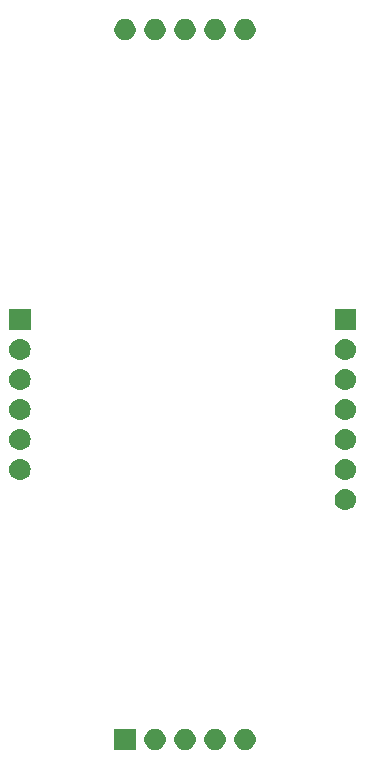
<source format=gbr>
G04 #@! TF.GenerationSoftware,KiCad,Pcbnew,(5.1.0)-1*
G04 #@! TF.CreationDate,2020-01-26T20:33:10+01:00*
G04 #@! TF.ProjectId,Huge7SegDisplay,48756765-3753-4656-9744-6973706c6179,rev?*
G04 #@! TF.SameCoordinates,Original*
G04 #@! TF.FileFunction,Soldermask,Top*
G04 #@! TF.FilePolarity,Negative*
%FSLAX46Y46*%
G04 Gerber Fmt 4.6, Leading zero omitted, Abs format (unit mm)*
G04 Created by KiCad (PCBNEW (5.1.0)-1) date 2020-01-26 20:33:10*
%MOMM*%
%LPD*%
G04 APERTURE LIST*
%ADD10C,0.100000*%
G04 APERTURE END LIST*
D10*
G36*
X99173512Y-126103927D02*
G01*
X99322812Y-126133624D01*
X99486784Y-126201544D01*
X99634354Y-126300147D01*
X99759853Y-126425646D01*
X99858456Y-126573216D01*
X99926376Y-126737188D01*
X99961000Y-126911259D01*
X99961000Y-127088741D01*
X99926376Y-127262812D01*
X99858456Y-127426784D01*
X99759853Y-127574354D01*
X99634354Y-127699853D01*
X99486784Y-127798456D01*
X99322812Y-127866376D01*
X99173512Y-127896073D01*
X99148742Y-127901000D01*
X98971258Y-127901000D01*
X98946488Y-127896073D01*
X98797188Y-127866376D01*
X98633216Y-127798456D01*
X98485646Y-127699853D01*
X98360147Y-127574354D01*
X98261544Y-127426784D01*
X98193624Y-127262812D01*
X98159000Y-127088741D01*
X98159000Y-126911259D01*
X98193624Y-126737188D01*
X98261544Y-126573216D01*
X98360147Y-126425646D01*
X98485646Y-126300147D01*
X98633216Y-126201544D01*
X98797188Y-126133624D01*
X98946488Y-126103927D01*
X98971258Y-126099000D01*
X99148742Y-126099000D01*
X99173512Y-126103927D01*
X99173512Y-126103927D01*
G37*
G36*
X101713512Y-126103927D02*
G01*
X101862812Y-126133624D01*
X102026784Y-126201544D01*
X102174354Y-126300147D01*
X102299853Y-126425646D01*
X102398456Y-126573216D01*
X102466376Y-126737188D01*
X102501000Y-126911259D01*
X102501000Y-127088741D01*
X102466376Y-127262812D01*
X102398456Y-127426784D01*
X102299853Y-127574354D01*
X102174354Y-127699853D01*
X102026784Y-127798456D01*
X101862812Y-127866376D01*
X101713512Y-127896073D01*
X101688742Y-127901000D01*
X101511258Y-127901000D01*
X101486488Y-127896073D01*
X101337188Y-127866376D01*
X101173216Y-127798456D01*
X101025646Y-127699853D01*
X100900147Y-127574354D01*
X100801544Y-127426784D01*
X100733624Y-127262812D01*
X100699000Y-127088741D01*
X100699000Y-126911259D01*
X100733624Y-126737188D01*
X100801544Y-126573216D01*
X100900147Y-126425646D01*
X101025646Y-126300147D01*
X101173216Y-126201544D01*
X101337188Y-126133624D01*
X101486488Y-126103927D01*
X101511258Y-126099000D01*
X101688742Y-126099000D01*
X101713512Y-126103927D01*
X101713512Y-126103927D01*
G37*
G36*
X106793512Y-126103927D02*
G01*
X106942812Y-126133624D01*
X107106784Y-126201544D01*
X107254354Y-126300147D01*
X107379853Y-126425646D01*
X107478456Y-126573216D01*
X107546376Y-126737188D01*
X107581000Y-126911259D01*
X107581000Y-127088741D01*
X107546376Y-127262812D01*
X107478456Y-127426784D01*
X107379853Y-127574354D01*
X107254354Y-127699853D01*
X107106784Y-127798456D01*
X106942812Y-127866376D01*
X106793512Y-127896073D01*
X106768742Y-127901000D01*
X106591258Y-127901000D01*
X106566488Y-127896073D01*
X106417188Y-127866376D01*
X106253216Y-127798456D01*
X106105646Y-127699853D01*
X105980147Y-127574354D01*
X105881544Y-127426784D01*
X105813624Y-127262812D01*
X105779000Y-127088741D01*
X105779000Y-126911259D01*
X105813624Y-126737188D01*
X105881544Y-126573216D01*
X105980147Y-126425646D01*
X106105646Y-126300147D01*
X106253216Y-126201544D01*
X106417188Y-126133624D01*
X106566488Y-126103927D01*
X106591258Y-126099000D01*
X106768742Y-126099000D01*
X106793512Y-126103927D01*
X106793512Y-126103927D01*
G37*
G36*
X97421000Y-127901000D02*
G01*
X95619000Y-127901000D01*
X95619000Y-126099000D01*
X97421000Y-126099000D01*
X97421000Y-127901000D01*
X97421000Y-127901000D01*
G37*
G36*
X104253512Y-126103927D02*
G01*
X104402812Y-126133624D01*
X104566784Y-126201544D01*
X104714354Y-126300147D01*
X104839853Y-126425646D01*
X104938456Y-126573216D01*
X105006376Y-126737188D01*
X105041000Y-126911259D01*
X105041000Y-127088741D01*
X105006376Y-127262812D01*
X104938456Y-127426784D01*
X104839853Y-127574354D01*
X104714354Y-127699853D01*
X104566784Y-127798456D01*
X104402812Y-127866376D01*
X104253512Y-127896073D01*
X104228742Y-127901000D01*
X104051258Y-127901000D01*
X104026488Y-127896073D01*
X103877188Y-127866376D01*
X103713216Y-127798456D01*
X103565646Y-127699853D01*
X103440147Y-127574354D01*
X103341544Y-127426784D01*
X103273624Y-127262812D01*
X103239000Y-127088741D01*
X103239000Y-126911259D01*
X103273624Y-126737188D01*
X103341544Y-126573216D01*
X103440147Y-126425646D01*
X103565646Y-126300147D01*
X103713216Y-126201544D01*
X103877188Y-126133624D01*
X104026488Y-126103927D01*
X104051258Y-126099000D01*
X104228742Y-126099000D01*
X104253512Y-126103927D01*
X104253512Y-126103927D01*
G37*
G36*
X115280443Y-105785519D02*
G01*
X115346627Y-105792037D01*
X115516466Y-105843557D01*
X115672991Y-105927222D01*
X115708729Y-105956552D01*
X115810186Y-106039814D01*
X115893448Y-106141271D01*
X115922778Y-106177009D01*
X116006443Y-106333534D01*
X116057963Y-106503373D01*
X116075359Y-106680000D01*
X116057963Y-106856627D01*
X116006443Y-107026466D01*
X115922778Y-107182991D01*
X115893448Y-107218729D01*
X115810186Y-107320186D01*
X115708729Y-107403448D01*
X115672991Y-107432778D01*
X115516466Y-107516443D01*
X115346627Y-107567963D01*
X115280443Y-107574481D01*
X115214260Y-107581000D01*
X115125740Y-107581000D01*
X115059557Y-107574481D01*
X114993373Y-107567963D01*
X114823534Y-107516443D01*
X114667009Y-107432778D01*
X114631271Y-107403448D01*
X114529814Y-107320186D01*
X114446552Y-107218729D01*
X114417222Y-107182991D01*
X114333557Y-107026466D01*
X114282037Y-106856627D01*
X114264641Y-106680000D01*
X114282037Y-106503373D01*
X114333557Y-106333534D01*
X114417222Y-106177009D01*
X114446552Y-106141271D01*
X114529814Y-106039814D01*
X114631271Y-105956552D01*
X114667009Y-105927222D01*
X114823534Y-105843557D01*
X114993373Y-105792037D01*
X115059557Y-105785519D01*
X115125740Y-105779000D01*
X115214260Y-105779000D01*
X115280443Y-105785519D01*
X115280443Y-105785519D01*
G37*
G36*
X115280443Y-103245519D02*
G01*
X115346627Y-103252037D01*
X115516466Y-103303557D01*
X115672991Y-103387222D01*
X115708729Y-103416552D01*
X115810186Y-103499814D01*
X115893448Y-103601271D01*
X115922778Y-103637009D01*
X116006443Y-103793534D01*
X116057963Y-103963373D01*
X116075359Y-104140000D01*
X116057963Y-104316627D01*
X116006443Y-104486466D01*
X115922778Y-104642991D01*
X115893448Y-104678729D01*
X115810186Y-104780186D01*
X115708729Y-104863448D01*
X115672991Y-104892778D01*
X115516466Y-104976443D01*
X115346627Y-105027963D01*
X115280442Y-105034482D01*
X115214260Y-105041000D01*
X115125740Y-105041000D01*
X115059557Y-105034481D01*
X114993373Y-105027963D01*
X114823534Y-104976443D01*
X114667009Y-104892778D01*
X114631271Y-104863448D01*
X114529814Y-104780186D01*
X114446552Y-104678729D01*
X114417222Y-104642991D01*
X114333557Y-104486466D01*
X114282037Y-104316627D01*
X114264641Y-104140000D01*
X114282037Y-103963373D01*
X114333557Y-103793534D01*
X114417222Y-103637009D01*
X114446552Y-103601271D01*
X114529814Y-103499814D01*
X114631271Y-103416552D01*
X114667009Y-103387222D01*
X114823534Y-103303557D01*
X114993373Y-103252037D01*
X115059558Y-103245518D01*
X115125740Y-103239000D01*
X115214260Y-103239000D01*
X115280443Y-103245519D01*
X115280443Y-103245519D01*
G37*
G36*
X87740443Y-103245519D02*
G01*
X87806627Y-103252037D01*
X87976466Y-103303557D01*
X88132991Y-103387222D01*
X88168729Y-103416552D01*
X88270186Y-103499814D01*
X88353448Y-103601271D01*
X88382778Y-103637009D01*
X88466443Y-103793534D01*
X88517963Y-103963373D01*
X88535359Y-104140000D01*
X88517963Y-104316627D01*
X88466443Y-104486466D01*
X88382778Y-104642991D01*
X88353448Y-104678729D01*
X88270186Y-104780186D01*
X88168729Y-104863448D01*
X88132991Y-104892778D01*
X87976466Y-104976443D01*
X87806627Y-105027963D01*
X87740442Y-105034482D01*
X87674260Y-105041000D01*
X87585740Y-105041000D01*
X87519557Y-105034481D01*
X87453373Y-105027963D01*
X87283534Y-104976443D01*
X87127009Y-104892778D01*
X87091271Y-104863448D01*
X86989814Y-104780186D01*
X86906552Y-104678729D01*
X86877222Y-104642991D01*
X86793557Y-104486466D01*
X86742037Y-104316627D01*
X86724641Y-104140000D01*
X86742037Y-103963373D01*
X86793557Y-103793534D01*
X86877222Y-103637009D01*
X86906552Y-103601271D01*
X86989814Y-103499814D01*
X87091271Y-103416552D01*
X87127009Y-103387222D01*
X87283534Y-103303557D01*
X87453373Y-103252037D01*
X87519558Y-103245518D01*
X87585740Y-103239000D01*
X87674260Y-103239000D01*
X87740443Y-103245519D01*
X87740443Y-103245519D01*
G37*
G36*
X115280443Y-100705519D02*
G01*
X115346627Y-100712037D01*
X115516466Y-100763557D01*
X115672991Y-100847222D01*
X115708729Y-100876552D01*
X115810186Y-100959814D01*
X115893448Y-101061271D01*
X115922778Y-101097009D01*
X116006443Y-101253534D01*
X116057963Y-101423373D01*
X116075359Y-101600000D01*
X116057963Y-101776627D01*
X116006443Y-101946466D01*
X115922778Y-102102991D01*
X115893448Y-102138729D01*
X115810186Y-102240186D01*
X115708729Y-102323448D01*
X115672991Y-102352778D01*
X115516466Y-102436443D01*
X115346627Y-102487963D01*
X115280442Y-102494482D01*
X115214260Y-102501000D01*
X115125740Y-102501000D01*
X115059558Y-102494482D01*
X114993373Y-102487963D01*
X114823534Y-102436443D01*
X114667009Y-102352778D01*
X114631271Y-102323448D01*
X114529814Y-102240186D01*
X114446552Y-102138729D01*
X114417222Y-102102991D01*
X114333557Y-101946466D01*
X114282037Y-101776627D01*
X114264641Y-101600000D01*
X114282037Y-101423373D01*
X114333557Y-101253534D01*
X114417222Y-101097009D01*
X114446552Y-101061271D01*
X114529814Y-100959814D01*
X114631271Y-100876552D01*
X114667009Y-100847222D01*
X114823534Y-100763557D01*
X114993373Y-100712037D01*
X115059557Y-100705519D01*
X115125740Y-100699000D01*
X115214260Y-100699000D01*
X115280443Y-100705519D01*
X115280443Y-100705519D01*
G37*
G36*
X87740443Y-100705519D02*
G01*
X87806627Y-100712037D01*
X87976466Y-100763557D01*
X88132991Y-100847222D01*
X88168729Y-100876552D01*
X88270186Y-100959814D01*
X88353448Y-101061271D01*
X88382778Y-101097009D01*
X88466443Y-101253534D01*
X88517963Y-101423373D01*
X88535359Y-101600000D01*
X88517963Y-101776627D01*
X88466443Y-101946466D01*
X88382778Y-102102991D01*
X88353448Y-102138729D01*
X88270186Y-102240186D01*
X88168729Y-102323448D01*
X88132991Y-102352778D01*
X87976466Y-102436443D01*
X87806627Y-102487963D01*
X87740442Y-102494482D01*
X87674260Y-102501000D01*
X87585740Y-102501000D01*
X87519558Y-102494482D01*
X87453373Y-102487963D01*
X87283534Y-102436443D01*
X87127009Y-102352778D01*
X87091271Y-102323448D01*
X86989814Y-102240186D01*
X86906552Y-102138729D01*
X86877222Y-102102991D01*
X86793557Y-101946466D01*
X86742037Y-101776627D01*
X86724641Y-101600000D01*
X86742037Y-101423373D01*
X86793557Y-101253534D01*
X86877222Y-101097009D01*
X86906552Y-101061271D01*
X86989814Y-100959814D01*
X87091271Y-100876552D01*
X87127009Y-100847222D01*
X87283534Y-100763557D01*
X87453373Y-100712037D01*
X87519557Y-100705519D01*
X87585740Y-100699000D01*
X87674260Y-100699000D01*
X87740443Y-100705519D01*
X87740443Y-100705519D01*
G37*
G36*
X87740443Y-98165519D02*
G01*
X87806627Y-98172037D01*
X87976466Y-98223557D01*
X88132991Y-98307222D01*
X88168729Y-98336552D01*
X88270186Y-98419814D01*
X88353448Y-98521271D01*
X88382778Y-98557009D01*
X88466443Y-98713534D01*
X88517963Y-98883373D01*
X88535359Y-99060000D01*
X88517963Y-99236627D01*
X88466443Y-99406466D01*
X88382778Y-99562991D01*
X88353448Y-99598729D01*
X88270186Y-99700186D01*
X88168729Y-99783448D01*
X88132991Y-99812778D01*
X87976466Y-99896443D01*
X87806627Y-99947963D01*
X87740443Y-99954481D01*
X87674260Y-99961000D01*
X87585740Y-99961000D01*
X87519557Y-99954481D01*
X87453373Y-99947963D01*
X87283534Y-99896443D01*
X87127009Y-99812778D01*
X87091271Y-99783448D01*
X86989814Y-99700186D01*
X86906552Y-99598729D01*
X86877222Y-99562991D01*
X86793557Y-99406466D01*
X86742037Y-99236627D01*
X86724641Y-99060000D01*
X86742037Y-98883373D01*
X86793557Y-98713534D01*
X86877222Y-98557009D01*
X86906552Y-98521271D01*
X86989814Y-98419814D01*
X87091271Y-98336552D01*
X87127009Y-98307222D01*
X87283534Y-98223557D01*
X87453373Y-98172037D01*
X87519557Y-98165519D01*
X87585740Y-98159000D01*
X87674260Y-98159000D01*
X87740443Y-98165519D01*
X87740443Y-98165519D01*
G37*
G36*
X115280443Y-98165519D02*
G01*
X115346627Y-98172037D01*
X115516466Y-98223557D01*
X115672991Y-98307222D01*
X115708729Y-98336552D01*
X115810186Y-98419814D01*
X115893448Y-98521271D01*
X115922778Y-98557009D01*
X116006443Y-98713534D01*
X116057963Y-98883373D01*
X116075359Y-99060000D01*
X116057963Y-99236627D01*
X116006443Y-99406466D01*
X115922778Y-99562991D01*
X115893448Y-99598729D01*
X115810186Y-99700186D01*
X115708729Y-99783448D01*
X115672991Y-99812778D01*
X115516466Y-99896443D01*
X115346627Y-99947963D01*
X115280443Y-99954481D01*
X115214260Y-99961000D01*
X115125740Y-99961000D01*
X115059557Y-99954481D01*
X114993373Y-99947963D01*
X114823534Y-99896443D01*
X114667009Y-99812778D01*
X114631271Y-99783448D01*
X114529814Y-99700186D01*
X114446552Y-99598729D01*
X114417222Y-99562991D01*
X114333557Y-99406466D01*
X114282037Y-99236627D01*
X114264641Y-99060000D01*
X114282037Y-98883373D01*
X114333557Y-98713534D01*
X114417222Y-98557009D01*
X114446552Y-98521271D01*
X114529814Y-98419814D01*
X114631271Y-98336552D01*
X114667009Y-98307222D01*
X114823534Y-98223557D01*
X114993373Y-98172037D01*
X115059557Y-98165519D01*
X115125740Y-98159000D01*
X115214260Y-98159000D01*
X115280443Y-98165519D01*
X115280443Y-98165519D01*
G37*
G36*
X87740442Y-95625518D02*
G01*
X87806627Y-95632037D01*
X87976466Y-95683557D01*
X88132991Y-95767222D01*
X88168729Y-95796552D01*
X88270186Y-95879814D01*
X88353448Y-95981271D01*
X88382778Y-96017009D01*
X88466443Y-96173534D01*
X88517963Y-96343373D01*
X88535359Y-96520000D01*
X88517963Y-96696627D01*
X88466443Y-96866466D01*
X88382778Y-97022991D01*
X88353448Y-97058729D01*
X88270186Y-97160186D01*
X88168729Y-97243448D01*
X88132991Y-97272778D01*
X87976466Y-97356443D01*
X87806627Y-97407963D01*
X87740442Y-97414482D01*
X87674260Y-97421000D01*
X87585740Y-97421000D01*
X87519558Y-97414482D01*
X87453373Y-97407963D01*
X87283534Y-97356443D01*
X87127009Y-97272778D01*
X87091271Y-97243448D01*
X86989814Y-97160186D01*
X86906552Y-97058729D01*
X86877222Y-97022991D01*
X86793557Y-96866466D01*
X86742037Y-96696627D01*
X86724641Y-96520000D01*
X86742037Y-96343373D01*
X86793557Y-96173534D01*
X86877222Y-96017009D01*
X86906552Y-95981271D01*
X86989814Y-95879814D01*
X87091271Y-95796552D01*
X87127009Y-95767222D01*
X87283534Y-95683557D01*
X87453373Y-95632037D01*
X87519558Y-95625518D01*
X87585740Y-95619000D01*
X87674260Y-95619000D01*
X87740442Y-95625518D01*
X87740442Y-95625518D01*
G37*
G36*
X115280442Y-95625518D02*
G01*
X115346627Y-95632037D01*
X115516466Y-95683557D01*
X115672991Y-95767222D01*
X115708729Y-95796552D01*
X115810186Y-95879814D01*
X115893448Y-95981271D01*
X115922778Y-96017009D01*
X116006443Y-96173534D01*
X116057963Y-96343373D01*
X116075359Y-96520000D01*
X116057963Y-96696627D01*
X116006443Y-96866466D01*
X115922778Y-97022991D01*
X115893448Y-97058729D01*
X115810186Y-97160186D01*
X115708729Y-97243448D01*
X115672991Y-97272778D01*
X115516466Y-97356443D01*
X115346627Y-97407963D01*
X115280442Y-97414482D01*
X115214260Y-97421000D01*
X115125740Y-97421000D01*
X115059558Y-97414482D01*
X114993373Y-97407963D01*
X114823534Y-97356443D01*
X114667009Y-97272778D01*
X114631271Y-97243448D01*
X114529814Y-97160186D01*
X114446552Y-97058729D01*
X114417222Y-97022991D01*
X114333557Y-96866466D01*
X114282037Y-96696627D01*
X114264641Y-96520000D01*
X114282037Y-96343373D01*
X114333557Y-96173534D01*
X114417222Y-96017009D01*
X114446552Y-95981271D01*
X114529814Y-95879814D01*
X114631271Y-95796552D01*
X114667009Y-95767222D01*
X114823534Y-95683557D01*
X114993373Y-95632037D01*
X115059558Y-95625518D01*
X115125740Y-95619000D01*
X115214260Y-95619000D01*
X115280442Y-95625518D01*
X115280442Y-95625518D01*
G37*
G36*
X115280443Y-93085519D02*
G01*
X115346627Y-93092037D01*
X115516466Y-93143557D01*
X115672991Y-93227222D01*
X115708729Y-93256552D01*
X115810186Y-93339814D01*
X115893448Y-93441271D01*
X115922778Y-93477009D01*
X116006443Y-93633534D01*
X116057963Y-93803373D01*
X116075359Y-93980000D01*
X116057963Y-94156627D01*
X116006443Y-94326466D01*
X115922778Y-94482991D01*
X115893448Y-94518729D01*
X115810186Y-94620186D01*
X115708729Y-94703448D01*
X115672991Y-94732778D01*
X115516466Y-94816443D01*
X115346627Y-94867963D01*
X115280443Y-94874481D01*
X115214260Y-94881000D01*
X115125740Y-94881000D01*
X115059557Y-94874481D01*
X114993373Y-94867963D01*
X114823534Y-94816443D01*
X114667009Y-94732778D01*
X114631271Y-94703448D01*
X114529814Y-94620186D01*
X114446552Y-94518729D01*
X114417222Y-94482991D01*
X114333557Y-94326466D01*
X114282037Y-94156627D01*
X114264641Y-93980000D01*
X114282037Y-93803373D01*
X114333557Y-93633534D01*
X114417222Y-93477009D01*
X114446552Y-93441271D01*
X114529814Y-93339814D01*
X114631271Y-93256552D01*
X114667009Y-93227222D01*
X114823534Y-93143557D01*
X114993373Y-93092037D01*
X115059557Y-93085519D01*
X115125740Y-93079000D01*
X115214260Y-93079000D01*
X115280443Y-93085519D01*
X115280443Y-93085519D01*
G37*
G36*
X87740443Y-93085519D02*
G01*
X87806627Y-93092037D01*
X87976466Y-93143557D01*
X88132991Y-93227222D01*
X88168729Y-93256552D01*
X88270186Y-93339814D01*
X88353448Y-93441271D01*
X88382778Y-93477009D01*
X88466443Y-93633534D01*
X88517963Y-93803373D01*
X88535359Y-93980000D01*
X88517963Y-94156627D01*
X88466443Y-94326466D01*
X88382778Y-94482991D01*
X88353448Y-94518729D01*
X88270186Y-94620186D01*
X88168729Y-94703448D01*
X88132991Y-94732778D01*
X87976466Y-94816443D01*
X87806627Y-94867963D01*
X87740443Y-94874481D01*
X87674260Y-94881000D01*
X87585740Y-94881000D01*
X87519557Y-94874481D01*
X87453373Y-94867963D01*
X87283534Y-94816443D01*
X87127009Y-94732778D01*
X87091271Y-94703448D01*
X86989814Y-94620186D01*
X86906552Y-94518729D01*
X86877222Y-94482991D01*
X86793557Y-94326466D01*
X86742037Y-94156627D01*
X86724641Y-93980000D01*
X86742037Y-93803373D01*
X86793557Y-93633534D01*
X86877222Y-93477009D01*
X86906552Y-93441271D01*
X86989814Y-93339814D01*
X87091271Y-93256552D01*
X87127009Y-93227222D01*
X87283534Y-93143557D01*
X87453373Y-93092037D01*
X87519557Y-93085519D01*
X87585740Y-93079000D01*
X87674260Y-93079000D01*
X87740443Y-93085519D01*
X87740443Y-93085519D01*
G37*
G36*
X116071000Y-92341000D02*
G01*
X114269000Y-92341000D01*
X114269000Y-90539000D01*
X116071000Y-90539000D01*
X116071000Y-92341000D01*
X116071000Y-92341000D01*
G37*
G36*
X88531000Y-92341000D02*
G01*
X86729000Y-92341000D01*
X86729000Y-90539000D01*
X88531000Y-90539000D01*
X88531000Y-92341000D01*
X88531000Y-92341000D01*
G37*
G36*
X106793512Y-66003927D02*
G01*
X106942812Y-66033624D01*
X107106784Y-66101544D01*
X107254354Y-66200147D01*
X107379853Y-66325646D01*
X107478456Y-66473216D01*
X107546376Y-66637188D01*
X107581000Y-66811259D01*
X107581000Y-66988741D01*
X107546376Y-67162812D01*
X107478456Y-67326784D01*
X107379853Y-67474354D01*
X107254354Y-67599853D01*
X107106784Y-67698456D01*
X106942812Y-67766376D01*
X106793512Y-67796073D01*
X106768742Y-67801000D01*
X106591258Y-67801000D01*
X106566488Y-67796073D01*
X106417188Y-67766376D01*
X106253216Y-67698456D01*
X106105646Y-67599853D01*
X105980147Y-67474354D01*
X105881544Y-67326784D01*
X105813624Y-67162812D01*
X105779000Y-66988741D01*
X105779000Y-66811259D01*
X105813624Y-66637188D01*
X105881544Y-66473216D01*
X105980147Y-66325646D01*
X106105646Y-66200147D01*
X106253216Y-66101544D01*
X106417188Y-66033624D01*
X106566488Y-66003927D01*
X106591258Y-65999000D01*
X106768742Y-65999000D01*
X106793512Y-66003927D01*
X106793512Y-66003927D01*
G37*
G36*
X96633512Y-66003927D02*
G01*
X96782812Y-66033624D01*
X96946784Y-66101544D01*
X97094354Y-66200147D01*
X97219853Y-66325646D01*
X97318456Y-66473216D01*
X97386376Y-66637188D01*
X97421000Y-66811259D01*
X97421000Y-66988741D01*
X97386376Y-67162812D01*
X97318456Y-67326784D01*
X97219853Y-67474354D01*
X97094354Y-67599853D01*
X96946784Y-67698456D01*
X96782812Y-67766376D01*
X96633512Y-67796073D01*
X96608742Y-67801000D01*
X96431258Y-67801000D01*
X96406488Y-67796073D01*
X96257188Y-67766376D01*
X96093216Y-67698456D01*
X95945646Y-67599853D01*
X95820147Y-67474354D01*
X95721544Y-67326784D01*
X95653624Y-67162812D01*
X95619000Y-66988741D01*
X95619000Y-66811259D01*
X95653624Y-66637188D01*
X95721544Y-66473216D01*
X95820147Y-66325646D01*
X95945646Y-66200147D01*
X96093216Y-66101544D01*
X96257188Y-66033624D01*
X96406488Y-66003927D01*
X96431258Y-65999000D01*
X96608742Y-65999000D01*
X96633512Y-66003927D01*
X96633512Y-66003927D01*
G37*
G36*
X104253512Y-66003927D02*
G01*
X104402812Y-66033624D01*
X104566784Y-66101544D01*
X104714354Y-66200147D01*
X104839853Y-66325646D01*
X104938456Y-66473216D01*
X105006376Y-66637188D01*
X105041000Y-66811259D01*
X105041000Y-66988741D01*
X105006376Y-67162812D01*
X104938456Y-67326784D01*
X104839853Y-67474354D01*
X104714354Y-67599853D01*
X104566784Y-67698456D01*
X104402812Y-67766376D01*
X104253512Y-67796073D01*
X104228742Y-67801000D01*
X104051258Y-67801000D01*
X104026488Y-67796073D01*
X103877188Y-67766376D01*
X103713216Y-67698456D01*
X103565646Y-67599853D01*
X103440147Y-67474354D01*
X103341544Y-67326784D01*
X103273624Y-67162812D01*
X103239000Y-66988741D01*
X103239000Y-66811259D01*
X103273624Y-66637188D01*
X103341544Y-66473216D01*
X103440147Y-66325646D01*
X103565646Y-66200147D01*
X103713216Y-66101544D01*
X103877188Y-66033624D01*
X104026488Y-66003927D01*
X104051258Y-65999000D01*
X104228742Y-65999000D01*
X104253512Y-66003927D01*
X104253512Y-66003927D01*
G37*
G36*
X101713512Y-66003927D02*
G01*
X101862812Y-66033624D01*
X102026784Y-66101544D01*
X102174354Y-66200147D01*
X102299853Y-66325646D01*
X102398456Y-66473216D01*
X102466376Y-66637188D01*
X102501000Y-66811259D01*
X102501000Y-66988741D01*
X102466376Y-67162812D01*
X102398456Y-67326784D01*
X102299853Y-67474354D01*
X102174354Y-67599853D01*
X102026784Y-67698456D01*
X101862812Y-67766376D01*
X101713512Y-67796073D01*
X101688742Y-67801000D01*
X101511258Y-67801000D01*
X101486488Y-67796073D01*
X101337188Y-67766376D01*
X101173216Y-67698456D01*
X101025646Y-67599853D01*
X100900147Y-67474354D01*
X100801544Y-67326784D01*
X100733624Y-67162812D01*
X100699000Y-66988741D01*
X100699000Y-66811259D01*
X100733624Y-66637188D01*
X100801544Y-66473216D01*
X100900147Y-66325646D01*
X101025646Y-66200147D01*
X101173216Y-66101544D01*
X101337188Y-66033624D01*
X101486488Y-66003927D01*
X101511258Y-65999000D01*
X101688742Y-65999000D01*
X101713512Y-66003927D01*
X101713512Y-66003927D01*
G37*
G36*
X99173512Y-66003927D02*
G01*
X99322812Y-66033624D01*
X99486784Y-66101544D01*
X99634354Y-66200147D01*
X99759853Y-66325646D01*
X99858456Y-66473216D01*
X99926376Y-66637188D01*
X99961000Y-66811259D01*
X99961000Y-66988741D01*
X99926376Y-67162812D01*
X99858456Y-67326784D01*
X99759853Y-67474354D01*
X99634354Y-67599853D01*
X99486784Y-67698456D01*
X99322812Y-67766376D01*
X99173512Y-67796073D01*
X99148742Y-67801000D01*
X98971258Y-67801000D01*
X98946488Y-67796073D01*
X98797188Y-67766376D01*
X98633216Y-67698456D01*
X98485646Y-67599853D01*
X98360147Y-67474354D01*
X98261544Y-67326784D01*
X98193624Y-67162812D01*
X98159000Y-66988741D01*
X98159000Y-66811259D01*
X98193624Y-66637188D01*
X98261544Y-66473216D01*
X98360147Y-66325646D01*
X98485646Y-66200147D01*
X98633216Y-66101544D01*
X98797188Y-66033624D01*
X98946488Y-66003927D01*
X98971258Y-65999000D01*
X99148742Y-65999000D01*
X99173512Y-66003927D01*
X99173512Y-66003927D01*
G37*
M02*

</source>
